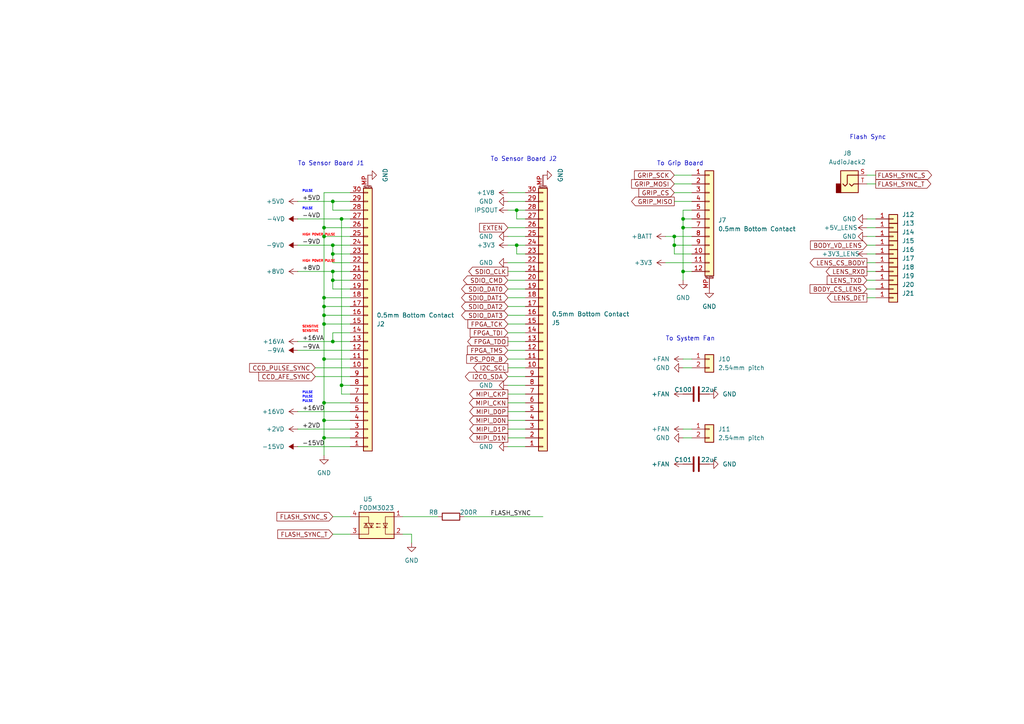
<source format=kicad_sch>
(kicad_sch (version 20231120) (generator "eeschema") (generator_version "8.0")
  (paper "A4")
  (title_block (title "Sitina 1 IO Board") (date "2024-03-08") (rev "R0.9") (company "Copyright 2024 Wenting Zhang, Anhang Li"))
  (lib_symbols
    (symbol "+3V3_1" (power) (pin_names (offset 0))
      (property "Value" "+3V3_1" (at 0 3.556 0))
      (symbol "+3V3_1_0_1"
        (polyline (pts (xy -0.762 1.27) (xy 0 2.54)))
        (polyline (pts (xy 0 0) (xy 0 2.54)))
        (polyline (pts (xy 0 2.54) (xy 0.762 1.27)))
      )
      (symbol "+3V3_1_1_1"
        (pin power_in line (at 0 0 90) (length 0) hide (name "+3V3") (number "1"))
      )
    )
    (symbol "Connector_Audio:AudioJack2"
      (property "Reference" "J" (at 0 8.89 0))
      (property "Value" "AudioJack2" (at 0 6.35 0))
      (symbol "AudioJack2_0_1"
        (rectangle (start -3.81 0) (end -2.54 -2.54) (stroke (width 0.254)) (fill (type outline)))
        (rectangle (start -2.54 3.81) (end 2.54 -2.54) (stroke (width 0.254)) (fill (type background)))
        (polyline (pts (xy 0 0) (xy 0.635 -0.635) (xy 1.27 0) (xy 2.54 0)) (stroke (width 0.254)))
        (polyline (pts (xy 2.54 2.54) (xy -0.635 2.54) (xy -0.635 0) (xy -1.27 -0.635) (xy -1.905 0)) (stroke (width 0.254)))
      )
      (symbol "AudioJack2_1_1"
        (pin passive line (at 5.08 2.54 180) (length 2.54) (name "~") (number "S"))
        (pin passive line (at 5.08 0 180) (length 2.54) (name "~") (number "T"))
      )
    )
    (symbol "Connector_Generic:Conn_01x01" (pin_names (offset 1.016) hide)
      (property "Reference" "J" (at 0 2.54 0))
      (property "Value" "Conn_01x01" (at 0 -2.54 0))
      (symbol "Conn_01x01_1_1"
        (rectangle (start -1.27 0.127) (end 0 -0.127) (stroke (width 0.1524)))
        (rectangle (start -1.27 1.27) (end 1.27 -1.27) (stroke (width 0.254)) (fill (type background)))
        (pin passive line (at -5.08 0 0) (length 3.81) (name "Pin_1") (number "1"))
      )
    )
    (symbol "Connector_Generic:Conn_01x02" (pin_names (offset 1.016) hide)
      (property "Reference" "J" (at 0 2.54 0))
      (property "Value" "Conn_01x02" (at 0 -5.08 0))
      (symbol "Conn_01x02_1_1"
        (rectangle (start -1.27 -2.413) (end 0 -2.667) (stroke (width 0.1524)))
        (rectangle (start -1.27 0.127) (end 0 -0.127) (stroke (width 0.1524)))
        (rectangle (start -1.27 1.27) (end 1.27 -3.81) (stroke (width 0.254)) (fill (type background)))
        (pin passive line (at -5.08 0 0) (length 3.81) (name "Pin_1") (number "1"))
        (pin passive line (at -5.08 -2.54 0) (length 3.81) (name "Pin_2") (number "2"))
      )
    )
    (symbol "Connector_Generic_MountingPin:Conn_01x12_MountingPin" (pin_names (offset 1.016) hide)
      (property "Reference" "J" (at 0 15.24 0))
      (property "Value" "Conn_01x12_MountingPin" (at 1.27 -17.78 0))
      (symbol "Conn_01x12_MountingPin_1_1"
        (rectangle (start -1.27 -15.113) (end 0 -15.367) (stroke (width 0.1524)))
        (rectangle (start -1.27 -12.573) (end 0 -12.827) (stroke (width 0.1524)))
        (rectangle (start -1.27 -10.033) (end 0 -10.287) (stroke (width 0.1524)))
        (rectangle (start -1.27 -7.493) (end 0 -7.747) (stroke (width 0.1524)))
        (rectangle (start -1.27 -4.953) (end 0 -5.207) (stroke (width 0.1524)))
        (rectangle (start -1.27 -2.413) (end 0 -2.667) (stroke (width 0.1524)))
        (rectangle (start -1.27 0.127) (end 0 -0.127) (stroke (width 0.1524)))
        (rectangle (start -1.27 2.667) (end 0 2.413) (stroke (width 0.1524)))
        (rectangle (start -1.27 5.207) (end 0 4.953) (stroke (width 0.1524)))
        (rectangle (start -1.27 7.747) (end 0 7.493) (stroke (width 0.1524)))
        (rectangle (start -1.27 10.287) (end 0 10.033) (stroke (width 0.1524)))
        (rectangle (start -1.27 12.827) (end 0 12.573) (stroke (width 0.1524)))
        (rectangle (start -1.27 13.97) (end 1.27 -16.51) (stroke (width 0.254)) (fill (type background)))
        (polyline (pts (xy -1.016 -17.272) (xy 1.016 -17.272)) (stroke (width 0.1524)))
        (text "Mounting" (at 0 -16.891 0) (effects (font (size 0.381 0.381))))
        (pin passive line (at -5.08 12.7 0) (length 3.81) (name "Pin_1") (number "1"))
        (pin passive line (at -5.08 -10.16 0) (length 3.81) (name "Pin_10") (number "10"))
        (pin passive line (at -5.08 -12.7 0) (length 3.81) (name "Pin_11") (number "11"))
        (pin passive line (at -5.08 -15.24 0) (length 3.81) (name "Pin_12") (number "12"))
        (pin passive line (at -5.08 10.16 0) (length 3.81) (name "Pin_2") (number "2"))
        (pin passive line (at -5.08 7.62 0) (length 3.81) (name "Pin_3") (number "3"))
        (pin passive line (at -5.08 5.08 0) (length 3.81) (name "Pin_4") (number "4"))
        (pin passive line (at -5.08 2.54 0) (length 3.81) (name "Pin_5") (number "5"))
        (pin passive line (at -5.08 0 0) (length 3.81) (name "Pin_6") (number "6"))
        (pin passive line (at -5.08 -2.54 0) (length 3.81) (name "Pin_7") (number "7"))
        (pin passive line (at -5.08 -5.08 0) (length 3.81) (name "Pin_8") (number "8"))
        (pin passive line (at -5.08 -7.62 0) (length 3.81) (name "Pin_9") (number "9"))
        (pin passive line (at 0 -20.32 90) (length 3.048) (name "MountPin") (number "MP"))
      )
    )
    (symbol "Connector_Generic_MountingPin:Conn_01x30_MountingPin" (pin_names (offset 1.016) hide)
      (property "Reference" "J" (at 0 38.1 0))
      (property "Value" "Conn_01x30_MountingPin" (at 1.27 -40.64 0))
      (symbol "Conn_01x30_MountingPin_1_1"
        (rectangle (start -1.27 -37.973) (end 0 -38.227) (stroke (width 0.1524)))
        (rectangle (start -1.27 -35.433) (end 0 -35.687) (stroke (width 0.1524)))
        (rectangle (start -1.27 -32.893) (end 0 -33.147) (stroke (width 0.1524)))
        (rectangle (start -1.27 -30.353) (end 0 -30.607) (stroke (width 0.1524)))
        (rectangle (start -1.27 -27.813) (end 0 -28.067) (stroke (width 0.1524)))
        (rectangle (start -1.27 -25.273) (end 0 -25.527) (stroke (width 0.1524)))
        (rectangle (start -1.27 -22.733) (end 0 -22.987) (stroke (width 0.1524)))
        (rectangle (start -1.27 -20.193) (end 0 -20.447) (stroke (width 0.1524)))
        (rectangle (start -1.27 -17.653) (end 0 -17.907) (stroke (width 0.1524)))
        (rectangle (start -1.27 -15.113) (end 0 -15.367) (stroke (width 0.1524)))
        (rectangle (start -1.27 -12.573) (end 0 -12.827) (stroke (width 0.1524)))
        (rectangle (start -1.27 -10.033) (end 0 -10.287) (stroke (width 0.1524)))
        (rectangle (start -1.27 -7.493) (end 0 -7.747) (stroke (width 0.1524)))
        (rectangle (start -1.27 -4.953) (end 0 -5.207) (stroke (width 0.1524)))
        (rectangle (start -1.27 -2.413) (end 0 -2.667) (stroke (width 0.1524)))
        (rectangle (start -1.27 0.127) (end 0 -0.127) (stroke (width 0.1524)))
        (rectangle (start -1.27 2.667) (end 0 2.413) (stroke (width 0.1524)))
        (rectangle (start -1.27 5.207) (end 0 4.953) (stroke (width 0.1524)))
        (rectangle (start -1.27 7.747) (end 0 7.493) (stroke (width 0.1524)))
        (rectangle (start -1.27 10.287) (end 0 10.033) (stroke (width 0.1524)))
        (rectangle (start -1.27 12.827) (end 0 12.573) (stroke (width 0.1524)))
        (rectangle (start -1.27 15.367) (end 0 15.113) (stroke (width 0.1524)))
        (rectangle (start -1.27 17.907) (end 0 17.653) (stroke (width 0.1524)))
        (rectangle (start -1.27 20.447) (end 0 20.193) (stroke (width 0.1524)))
        (rectangle (start -1.27 22.987) (end 0 22.733) (stroke (width 0.1524)))
        (rectangle (start -1.27 25.527) (end 0 25.273) (stroke (width 0.1524)))
        (rectangle (start -1.27 28.067) (end 0 27.813) (stroke (width 0.1524)))
        (rectangle (start -1.27 30.607) (end 0 30.353) (stroke (width 0.1524)))
        (rectangle (start -1.27 33.147) (end 0 32.893) (stroke (width 0.1524)))
        (rectangle (start -1.27 35.687) (end 0 35.433) (stroke (width 0.1524)))
        (rectangle (start -1.27 36.83) (end 1.27 -39.37) (stroke (width 0.254)) (fill (type background)))
        (polyline (pts (xy -1.016 -40.132) (xy 1.016 -40.132)) (stroke (width 0.1524)))
        (text "Mounting" (at 0 -39.751 0) (effects (font (size 0.381 0.381))))
        (pin passive line (at -5.08 35.56 0) (length 3.81) (name "Pin_1") (number "1"))
        (pin passive line (at -5.08 12.7 0) (length 3.81) (name "Pin_10") (number "10"))
        (pin passive line (at -5.08 10.16 0) (length 3.81) (name "Pin_11") (number "11"))
        (pin passive line (at -5.08 7.62 0) (length 3.81) (name "Pin_12") (number "12"))
        (pin passive line (at -5.08 5.08 0) (length 3.81) (name "Pin_13") (number "13"))
        (pin passive line (at -5.08 2.54 0) (length 3.81) (name "Pin_14") (number "14"))
        (pin passive line (at -5.08 0 0) (length 3.81) (name "Pin_15") (number "15"))
        (pin passive line (at -5.08 -2.54 0) (length 3.81) (name "Pin_16") (number "16"))
        (pin passive line (at -5.08 -5.08 0) (length 3.81) (name "Pin_17") (number "17"))
        (pin passive line (at -5.08 -7.62 0) (length 3.81) (name "Pin_18") (number "18"))
        (pin passive line (at -5.08 -10.16 0) (length 3.81) (name "Pin_19") (number "19"))
        (pin passive line (at -5.08 33.02 0) (length 3.81) (name "Pin_2") (number "2"))
        (pin passive line (at -5.08 -12.7 0) (length 3.81) (name "Pin_20") (number "20"))
        (pin passive line (at -5.08 -15.24 0) (length 3.81) (name "Pin_21") (number "21"))
        (pin passive line (at -5.08 -17.78 0) (length 3.81) (name "Pin_22") (number "22"))
        (pin passive line (at -5.08 -20.32 0) (length 3.81) (name "Pin_23") (number "23"))
        (pin passive line (at -5.08 -22.86 0) (length 3.81) (name "Pin_24") (number "24"))
        (pin passive line (at -5.08 -25.4 0) (length 3.81) (name "Pin_25") (number "25"))
        (pin passive line (at -5.08 -27.94 0) (length 3.81) (name "Pin_26") (number "26"))
        (pin passive line (at -5.08 -30.48 0) (length 3.81) (name "Pin_27") (number "27"))
        (pin passive line (at -5.08 -33.02 0) (length 3.81) (name "Pin_28") (number "28"))
        (pin passive line (at -5.08 -35.56 0) (length 3.81) (name "Pin_29") (number "29"))
        (pin passive line (at -5.08 30.48 0) (length 3.81) (name "Pin_3") (number "3"))
        (pin passive line (at -5.08 -38.1 0) (length 3.81) (name "Pin_30") (number "30"))
        (pin passive line (at -5.08 27.94 0) (length 3.81) (name "Pin_4") (number "4"))
        (pin passive line (at -5.08 25.4 0) (length 3.81) (name "Pin_5") (number "5"))
        (pin passive line (at -5.08 22.86 0) (length 3.81) (name "Pin_6") (number "6"))
        (pin passive line (at -5.08 20.32 0) (length 3.81) (name "Pin_7") (number "7"))
        (pin passive line (at -5.08 17.78 0) (length 3.81) (name "Pin_8") (number "8"))
        (pin passive line (at -5.08 15.24 0) (length 3.81) (name "Pin_9") (number "9"))
        (pin passive line (at 0 -43.18 90) (length 3.048) (name "MountPin") (number "MP"))
      )
    )
    (symbol "Device:C" (pin_numbers hide) (pin_names (offset 0.254))
      (property "Reference" "C" (at 0.635 2.54 0))
      (property "Value" "C" (at 0.635 -2.54 0))
      (symbol "C_0_1"
        (polyline (pts (xy -2.032 -0.762) (xy 2.032 -0.762)) (stroke (width 0.508)))
        (polyline (pts (xy -2.032 0.762) (xy 2.032 0.762)) (stroke (width 0.508)))
      )
      (symbol "C_1_1"
        (pin passive line (at 0 3.81 270) (length 2.794) (name "~") (number "1"))
        (pin passive line (at 0 -3.81 90) (length 2.794) (name "~") (number "2"))
      )
    )
    (symbol "Device:R" (pin_numbers hide) (pin_names (offset 0))
      (property "Reference" "R" (at 2.032 0 90))
      (property "Value" "R" (at 0 0 90))
      (symbol "R_0_1"
        (rectangle (start -1.016 -2.54) (end 1.016 2.54) (stroke (width 0.254)))
      )
      (symbol "R_1_1"
        (pin passive line (at 0 3.81 270) (length 1.27) (name "~") (number "1"))
        (pin passive line (at 0 -3.81 90) (length 1.27) (name "~") (number "2"))
      )
    )
    (symbol "Relay_SolidState:FODM3023"
      (property "Reference" "U" (at -5.08 5.08 0))
      (property "Value" "FODM3023" (at 0 5.08 0))
      (symbol "FODM3023_0_1"
        (rectangle (start -5.08 3.81) (end 5.08 -3.81) (stroke (width 0.254)) (fill (type background)))
        (polyline (pts (xy -3.175 -0.635) (xy -1.905 -0.635)))
        (polyline (pts (xy 1.524 -0.635) (xy 1.524 0.635)))
        (polyline (pts (xy 3.048 0.635) (xy 3.048 -0.635)))
        (polyline (pts (xy 2.286 -0.635) (xy 2.286 -2.54) (xy 5.08 -2.54)))
        (polyline (pts (xy 2.286 0.635) (xy 2.286 2.54) (xy 5.08 2.54)))
        (polyline (pts (xy -5.08 2.54) (xy -2.54 2.54) (xy -2.54 -2.54) (xy -5.08 -2.54)))
        (polyline (pts (xy -2.54 -0.635) (xy -3.175 0.635) (xy -1.905 0.635) (xy -2.54 -0.635)))
        (polyline (pts (xy 0.889 -0.635) (xy 3.683 -0.635) (xy 3.048 0.635) (xy 2.413 -0.635)))
        (polyline (pts (xy 3.683 0.635) (xy 0.889 0.635) (xy 1.524 -0.635) (xy 2.159 0.635)))
        (polyline (pts (xy -1.143 -0.508) (xy 0.127 -0.508) (xy -0.254 -0.635) (xy -0.254 -0.381) (xy 0.127 -0.508)))
        (polyline (pts (xy -1.143 0.508) (xy 0.127 0.508) (xy -0.254 0.381) (xy -0.254 0.635) (xy 0.127 0.508)))
      )
      (symbol "FODM3023_1_1"
        (pin passive line (at -7.62 2.54 0) (length 2.54) (name "~") (number "1"))
        (pin passive line (at -7.62 -2.54 0) (length 2.54) (name "~") (number "2"))
        (pin passive line (at 7.62 -2.54 180) (length 2.54) (name "~") (number "3"))
        (pin passive line (at 7.62 2.54 180) (length 2.54) (name "~") (number "4"))
      )
    )
    (symbol "power:+1V8" (power) (pin_names (offset 0))
      (property "Value" "+1V8" (at 0 3.556 0))
      (symbol "+1V8_0_1"
        (polyline (pts (xy -0.762 1.27) (xy 0 2.54)))
        (polyline (pts (xy 0 0) (xy 0 2.54)))
        (polyline (pts (xy 0 2.54) (xy 0.762 1.27)))
      )
      (symbol "+1V8_1_1"
        (pin power_in line (at 0 0 90) (length 0) hide (name "+1V8") (number "1"))
      )
    )
    (symbol "power:+3V3" (power) (pin_names (offset 0))
      (property "Value" "+3V3" (at 0 3.556 0))
      (symbol "+3V3_0_1"
        (polyline (pts (xy -0.762 1.27) (xy 0 2.54)))
        (polyline (pts (xy 0 0) (xy 0 2.54)))
        (polyline (pts (xy 0 2.54) (xy 0.762 1.27)))
      )
      (symbol "+3V3_1_1"
        (pin power_in line (at 0 0 90) (length 0) hide (name "+3V3") (number "1"))
      )
    )
    (symbol "power:+5V" (power) (pin_names (offset 0))
      (property "Value" "+5V" (at 0 3.556 0))
      (symbol "+5V_0_1"
        (polyline (pts (xy -0.762 1.27) (xy 0 2.54)))
        (polyline (pts (xy 0 0) (xy 0 2.54)))
        (polyline (pts (xy 0 2.54) (xy 0.762 1.27)))
      )
      (symbol "+5V_1_1"
        (pin power_in line (at 0 0 90) (length 0) hide (name "+5V") (number "1"))
      )
    )
    (symbol "power:+BATT" (power) (pin_names (offset 0))
      (property "Value" "+BATT" (at 0 3.556 0))
      (symbol "+BATT_0_1"
        (polyline (pts (xy -0.762 1.27) (xy 0 2.54)))
        (polyline (pts (xy 0 0) (xy 0 2.54)))
        (polyline (pts (xy 0 2.54) (xy 0.762 1.27)))
      )
      (symbol "+BATT_1_1"
        (pin power_in line (at 0 0 90) (length 0) hide (name "+BATT") (number "1"))
      )
    )
    (symbol "power:GND" (power) (pin_names (offset 0))
      (property "Value" "GND" (at 0 -3.81 0))
      (symbol "GND_0_1"
        (polyline (pts (xy 0 0) (xy 0 -1.27) (xy 1.27 -1.27) (xy 0 -2.54) (xy -1.27 -1.27) (xy 0 -1.27)))
      )
      (symbol "GND_1_1"
        (pin power_in line (at 0 0 270) (length 0) hide (name "GND") (number "1"))
      )
    )
    (symbol "power:VDC" (power) (pin_numbers hide) (pin_names (offset 0) hide)
      (property "Value" "VDC" (at 0 3.556 0))
      (symbol "VDC_0_1"
        (polyline (pts (xy -0.762 1.27) (xy 0 2.54)))
        (polyline (pts (xy 0 0) (xy 0 2.54)))
        (polyline (pts (xy 0 2.54) (xy 0.762 1.27)))
      )
      (symbol "VDC_1_1"
        (pin power_in line (at 0 0 90) (length 0) (name "~") (number "1"))
      )
    )
    (symbol "power:VEE" (power) (pin_numbers hide) (pin_names (offset 0) hide)
      (property "Value" "VEE" (at 0 3.556 0))
      (symbol "VEE_0_1"
        (polyline (pts (xy 0 0) (xy 0 2.54)))
        (polyline (pts (xy 0.762 1.27) (xy -0.762 1.27) (xy 0 2.54) (xy 0.762 1.27)) (fill (type outline)))
      )
      (symbol "VEE_1_1"
        (pin power_in line (at 0 0 90) (length 0) (name "~") (number "1"))
      )
    )
    (symbol "symbols:IPSOUT" (power) (pin_names (offset 0))
      (property "Value" "IPSOUT" (at 0 3.556 0))
      (symbol "IPSOUT_0_1"
        (polyline (pts (xy -0.762 1.27) (xy 0 2.54)))
        (polyline (pts (xy 0 0) (xy 0 2.54)))
        (polyline (pts (xy 0 2.54) (xy 0.762 1.27)))
      )
      (symbol "IPSOUT_1_1"
        (pin power_in line (at 0 0 90) (length 0) hide (name "IPSOUT") (number "1"))
      )
    )
  )
  (junction (at 198.12 66.04))
  (junction (at 195.58 71.12))
  (junction (at 198.12 78.74))
  (junction (at 99.06 111.76))
  (junction (at 93.98 91.44))
  (junction (at 99.06 63.5))
  (junction (at 93.98 86.36))
  (junction (at 93.98 116.84))
  (junction (at 149.86 71.12))
  (junction (at 96.52 78.74))
  (junction (at 96.52 71.12))
  (junction (at 93.98 68.58))
  (junction (at 93.98 93.98))
  (junction (at 198.12 63.5))
  (junction (at 96.52 99.06))
  (junction (at 149.86 60.96))
  (junction (at 93.98 88.9))
  (junction (at 96.52 81.28))
  (junction (at 93.98 121.92))
  (junction (at 96.52 58.42))
  (junction (at 195.58 68.58))
  (junction (at 93.98 104.14))
  (junction (at 93.98 66.04))
  (junction (at 93.98 127))
  (junction (at 96.52 73.66))
  (wire (pts (xy 251.46 53.34) (xy 254 53.34)))
  (wire (pts (xy 147.32 76.2) (xy 152.4 76.2)))
  (wire (pts (xy 96.52 73.66) (xy 101.6 73.66)))
  (wire (pts (xy 198.12 63.5) (xy 198.12 66.04)))
  (wire (pts (xy 96.52 71.12) (xy 101.6 71.12)))
  (wire (pts (xy 251.46 50.8) (xy 254 50.8)))
  (wire (pts (xy 198.12 63.5) (xy 200.66 63.5)))
  (wire (pts (xy 147.32 86.36) (xy 152.4 86.36)))
  (wire (pts (xy 96.52 78.74) (xy 96.52 81.28)))
  (wire (pts (xy 93.98 68.58) (xy 93.98 86.36)))
  (wire (pts (xy 147.32 96.52) (xy 152.4 96.52)))
  (wire (pts (xy 251.46 83.82) (xy 254 83.82)))
  (wire (pts (xy 86.36 119.38) (xy 101.6 119.38)))
  (wire (pts (xy 149.86 71.12) (xy 152.4 71.12)))
  (wire (pts (xy 147.32 83.82) (xy 152.4 83.82)))
  (wire (pts (xy 91.44 106.68) (xy 101.6 106.68)))
  (wire (pts (xy 200.66 73.66) (xy 195.58 73.66)))
  (wire (pts (xy 198.12 66.04) (xy 198.12 78.74)))
  (wire (pts (xy 93.98 93.98) (xy 101.6 93.98)))
  (wire (pts (xy 147.32 99.06) (xy 152.4 99.06)))
  (wire (pts (xy 93.98 121.92) (xy 101.6 121.92)))
  (wire (pts (xy 195.58 55.88) (xy 200.66 55.88)))
  (wire (pts (xy 93.98 86.36) (xy 101.6 86.36)))
  (wire (pts (xy 93.98 55.88) (xy 93.98 66.04)))
  (wire (pts (xy 147.32 55.88) (xy 152.4 55.88)))
  (wire (pts (xy 93.98 116.84) (xy 101.6 116.84)))
  (wire (pts (xy 96.52 71.12) (xy 96.52 73.66)))
  (wire (pts (xy 86.36 124.46) (xy 101.6 124.46)))
  (wire (pts (xy 96.52 81.28) (xy 96.52 83.82)))
  (wire (pts (xy 93.98 104.14) (xy 93.98 116.84)))
  (wire (pts (xy 251.46 78.74) (xy 254 78.74)))
  (wire (pts (xy 147.32 124.46) (xy 152.4 124.46)))
  (wire (pts (xy 251.46 81.28) (xy 254 81.28)))
  (wire (pts (xy 93.98 88.9) (xy 101.6 88.9)))
  (wire (pts (xy 96.52 99.06) (xy 101.6 99.06)))
  (wire (pts (xy 93.98 55.88) (xy 101.6 55.88)))
  (wire (pts (xy 96.52 60.96) (xy 96.52 58.42)))
  (wire (pts (xy 147.32 60.96) (xy 149.86 60.96)))
  (wire (pts (xy 147.32 93.98) (xy 152.4 93.98)))
  (wire (pts (xy 198.12 78.74) (xy 200.66 78.74)))
  (wire (pts (xy 86.36 63.5) (xy 99.06 63.5)))
  (wire (pts (xy 86.36 71.12) (xy 96.52 71.12)))
  (wire (pts (xy 193.04 68.58) (xy 195.58 68.58)))
  (wire (pts (xy 93.98 127) (xy 101.6 127)))
  (wire (pts (xy 134.62 149.86) (xy 157.48 149.86)))
  (wire (pts (xy 147.32 119.38) (xy 152.4 119.38)))
  (wire (pts (xy 96.52 81.28) (xy 101.6 81.28)))
  (wire (pts (xy 96.52 76.2) (xy 101.6 76.2)))
  (wire (pts (xy 251.46 71.12) (xy 254 71.12)))
  (wire (pts (xy 251.46 76.2) (xy 254 76.2)))
  (wire (pts (xy 147.32 66.04) (xy 152.4 66.04)))
  (wire (pts (xy 147.32 91.44) (xy 152.4 91.44)))
  (wire (pts (xy 96.52 73.66) (xy 96.52 76.2)))
  (wire (pts (xy 93.98 116.84) (xy 93.98 121.92)))
  (wire (pts (xy 99.06 63.5) (xy 99.06 111.76)))
  (wire (pts (xy 147.32 81.28) (xy 152.4 81.28)))
  (wire (pts (xy 149.86 63.5) (xy 149.86 60.96)))
  (wire (pts (xy 96.52 149.86) (xy 101.6 149.86)))
  (wire (pts (xy 99.06 63.5) (xy 101.6 63.5)))
  (wire (pts (xy 147.32 104.14) (xy 152.4 104.14)))
  (wire (pts (xy 93.98 127) (xy 93.98 132.08)))
  (wire (pts (xy 195.58 73.66) (xy 195.58 71.12)))
  (wire (pts (xy 198.12 124.46) (xy 200.66 124.46)))
  (wire (pts (xy 152.4 63.5) (xy 149.86 63.5)))
  (wire (pts (xy 96.52 60.96) (xy 101.6 60.96)))
  (wire (pts (xy 149.86 60.96) (xy 152.4 60.96)))
  (wire (pts (xy 96.52 78.74) (xy 101.6 78.74)))
  (wire (pts (xy 200.66 60.96) (xy 198.12 60.96)))
  (wire (pts (xy 251.46 63.5) (xy 254 63.5)))
  (wire (pts (xy 99.06 111.76) (xy 99.06 114.3)))
  (wire (pts (xy 198.12 66.04) (xy 200.66 66.04)))
  (wire (pts (xy 147.32 106.68) (xy 152.4 106.68)))
  (wire (pts (xy 198.12 106.68) (xy 200.66 106.68)))
  (wire (pts (xy 93.98 104.14) (xy 101.6 104.14)))
  (wire (pts (xy 91.44 109.22) (xy 101.6 109.22)))
  (wire (pts (xy 251.46 68.58) (xy 254 68.58)))
  (wire (pts (xy 96.52 96.52) (xy 96.52 99.06)))
  (wire (pts (xy 99.06 111.76) (xy 101.6 111.76)))
  (wire (pts (xy 93.98 93.98) (xy 93.98 104.14)))
  (wire (pts (xy 193.04 76.2) (xy 200.66 76.2)))
  (wire (pts (xy 86.36 129.54) (xy 101.6 129.54)))
  (wire (pts (xy 93.98 91.44) (xy 101.6 91.44)))
  (wire (pts (xy 147.32 101.6) (xy 152.4 101.6)))
  (wire (pts (xy 198.12 78.74) (xy 198.12 81.28)))
  (wire (pts (xy 149.86 73.66) (xy 149.86 71.12)))
  (wire (pts (xy 195.58 71.12) (xy 195.58 68.58)))
  (wire (pts (xy 251.46 86.36) (xy 254 86.36)))
  (wire (pts (xy 86.36 99.06) (xy 96.52 99.06)))
  (wire (pts (xy 198.12 60.96) (xy 198.12 63.5)))
  (wire (pts (xy 251.46 73.66) (xy 254 73.66)))
  (wire (pts (xy 147.32 78.74) (xy 152.4 78.74)))
  (wire (pts (xy 147.32 111.76) (xy 152.4 111.76)))
  (wire (pts (xy 93.98 68.58) (xy 101.6 68.58)))
  (wire (pts (xy 195.58 68.58) (xy 200.66 68.58)))
  (wire (pts (xy 93.98 88.9) (xy 93.98 91.44)))
  (wire (pts (xy 152.4 73.66) (xy 149.86 73.66)))
  (wire (pts (xy 147.32 114.3) (xy 152.4 114.3)))
  (wire (pts (xy 147.32 88.9) (xy 152.4 88.9)))
  (wire (pts (xy 86.36 78.74) (xy 96.52 78.74)))
  (wire (pts (xy 195.58 50.8) (xy 200.66 50.8)))
  (wire (pts (xy 198.12 104.14) (xy 200.66 104.14)))
  (wire (pts (xy 93.98 121.92) (xy 93.98 127)))
  (wire (pts (xy 99.06 114.3) (xy 101.6 114.3)))
  (wire (pts (xy 86.36 58.42) (xy 96.52 58.42)))
  (wire (pts (xy 147.32 127) (xy 152.4 127)))
  (wire (pts (xy 116.84 154.94) (xy 119.38 154.94)))
  (wire (pts (xy 195.58 58.42) (xy 200.66 58.42)))
  (wire (pts (xy 147.32 116.84) (xy 152.4 116.84)))
  (wire (pts (xy 198.12 127) (xy 200.66 127)))
  (wire (pts (xy 93.98 66.04) (xy 101.6 66.04)))
  (wire (pts (xy 93.98 91.44) (xy 93.98 93.98)))
  (wire (pts (xy 93.98 66.04) (xy 93.98 68.58)))
  (wire (pts (xy 251.46 66.04) (xy 254 66.04)))
  (wire (pts (xy 86.36 101.6) (xy 101.6 101.6)))
  (wire (pts (xy 195.58 53.34) (xy 200.66 53.34)))
  (wire (pts (xy 119.38 154.94) (xy 119.38 157.48)))
  (wire (pts (xy 147.32 109.22) (xy 152.4 109.22)))
  (wire (pts (xy 147.32 58.42) (xy 152.4 58.42)))
  (wire (pts (xy 195.58 71.12) (xy 200.66 71.12)))
  (wire (pts (xy 147.32 129.54) (xy 152.4 129.54)))
  (wire (pts (xy 96.52 83.82) (xy 101.6 83.82)))
  (wire (pts (xy 96.52 58.42) (xy 101.6 58.42)))
  (wire (pts (xy 96.52 96.52) (xy 101.6 96.52)))
  (wire (pts (xy 147.32 121.92) (xy 152.4 121.92)))
  (wire (pts (xy 147.32 68.58) (xy 152.4 68.58)))
  (wire (pts (xy 93.98 86.36) (xy 93.98 88.9)))
  (wire (pts (xy 147.32 71.12) (xy 149.86 71.12)))
  (wire (pts (xy 116.84 149.86) (xy 127 149.86)))
  (wire (pts (xy 96.52 154.94) (xy 101.6 154.94)))
  (text "PULSE" (at 87.63 60.96 0) (effects (font (size 0.635 0.635)) (justify left bottom)))
  (text "PULSE" (at 87.63 55.88 0) (effects (font (size 0.635 0.635)) (justify left bottom)))
  (text "To Sensor Board J2" (at 142.24 46.99 0) (effects (font (size 1.27 1.27)) (justify left bottom)))
  (text "To System Fan" (at 193.04 99.06 0) (effects (font (size 1.27 1.27)) (justify left bottom)))
  (text "To Grip Board" (at 190.5 48.26 0) (effects (font (size 1.27 1.27)) (justify left bottom)))
  (text "PULSE" (at 87.63 115.57 0) (effects (font (size 0.635 0.635)) (justify left bottom)))
  (text "SENSITIVE" (at 87.63 95.25 0) (effects (font (size 0.635 0.635)) (justify left bottom)))
  (text "PULSE" (at 87.63 116.84 0) (effects (font (size 0.635 0.635)) (justify left bottom)))
  (text "To Sensor Board J1" (at 86.36 48.26 0) (effects (font (size 1.27 1.27)) (justify left bottom)))
  (text "Flash Sync" (at 246.38 40.64 0) (effects (font (size 1.27 1.27)) (justify left bottom)))
  (text "SENSITIVE" (at 87.63 96.52 0) (effects (font (size 0.635 0.635)) (justify left bottom)))
  (text "PULSE" (at 87.63 114.3 0) (effects (font (size 0.635 0.635)) (justify left bottom)))
  (text "HIGH POWER PULSE" (at 87.63 76.2 0) (effects (font (size 0.635 0.635)) (justify left bottom)))
  (text "HIGH POWER PULSE" (at 87.63 68.58 0) (effects (font (size 0.635 0.635)) (justify left bottom)))
  (label "FLASH_SYNC" (at 142.24 149.86 0))
  (label "-9VD" (at 87.63 71.12 0))
  (label "-15VD" (at 87.63 129.54 0))
  (label "+8VD" (at 87.63 78.74 0))
  (label "+16VD" (at 87.63 119.38 0))
  (label "-9VA" (at 87.63 101.6 0))
  (label "+2VD" (at 87.63 124.46 0))
  (label "+5VD" (at 87.63 58.42 0))
  (label "+16VA" (at 87.63 99.06 0))
  (label "-4VD" (at 87.63 63.5 0))
  (global_label "FLASH_SYNC_T" (shape output) (at 254 53.34 0) (property "Intersheetrefs" "${INTERSHEET_REFS}" (effects (hide yes))))
  (global_label "SDIO_CLK" (shape output) (at 147.32 78.74 180) (property "Intersheetrefs" "${INTERSHEET_REFS}" (effects (hide yes))))
  (global_label "CCD_AFE_SYNC" (shape input) (at 91.44 109.22 180) (property "Intersheetrefs" "${INTERSHEET_REFS}" (effects (hide yes))))
  (global_label "GRIP_MISO" (shape output) (at 195.58 58.42 180) (property "Intersheetrefs" "${INTERSHEET_REFS}" (effects (hide yes))))
  (global_label "MIPI_D0P" (shape output) (at 147.32 119.38 180) (property "Intersheetrefs" "${INTERSHEET_REFS}" (effects (hide yes))))
  (global_label "FLASH_SYNC_S" (shape input) (at 96.52 149.86 180) (property "Intersheetrefs" "${INTERSHEET_REFS}" (effects (hide yes))))
  (global_label "MIPI_D1N" (shape output) (at 147.32 127 180) (property "Intersheetrefs" "${INTERSHEET_REFS}" (effects (hide yes))))
  (global_label "CCD_PULSE_SYNC" (shape input) (at 91.44 106.68 180) (property "Intersheetrefs" "${INTERSHEET_REFS}" (effects (hide yes))))
  (global_label "I2C_SCL" (shape output) (at 147.32 106.68 180) (property "Intersheetrefs" "${INTERSHEET_REFS}" (effects (hide yes))))
  (global_label "BODY_CS_LENS" (shape input) (at 251.46 83.82 180) (property "Intersheetrefs" "${INTERSHEET_REFS}" (effects (hide yes))))
  (global_label "LENS_DET" (shape output) (at 251.46 86.36 180) (property "Intersheetrefs" "${INTERSHEET_REFS}" (effects (hide yes))))
  (global_label "SDIO_CMD" (shape bidirectional) (at 147.32 81.28 180) (property "Intersheetrefs" "${INTERSHEET_REFS}" (effects (hide yes))))
  (global_label "EXTEN" (shape input) (at 147.32 66.04 180) (property "Intersheetrefs" "${INTERSHEET_REFS}" (effects (hide yes))))
  (global_label "FPGA_TDI" (shape input) (at 147.32 96.52 180) (property "Intersheetrefs" "${INTERSHEET_REFS}" (effects (hide yes))))
  (global_label "MIPI_CKN" (shape output) (at 147.32 116.84 180) (property "Intersheetrefs" "${INTERSHEET_REFS}" (effects (hide yes))))
  (global_label "FPGA_TCK" (shape input) (at 147.32 93.98 180) (property "Intersheetrefs" "${INTERSHEET_REFS}" (effects (hide yes))))
  (global_label "MIPI_CKP" (shape output) (at 147.32 114.3 180) (property "Intersheetrefs" "${INTERSHEET_REFS}" (effects (hide yes))))
  (global_label "FPGA_TMS" (shape input) (at 147.32 101.6 180) (property "Intersheetrefs" "${INTERSHEET_REFS}" (effects (hide yes))))
  (global_label "LENS_CS_BODY" (shape output) (at 251.46 76.2 180) (property "Intersheetrefs" "${INTERSHEET_REFS}" (effects (hide yes))))
  (global_label "SDIO_DAT3" (shape bidirectional) (at 147.32 91.44 180) (property "Intersheetrefs" "${INTERSHEET_REFS}" (effects (hide yes))))
  (global_label "FPGA_TDO" (shape output) (at 147.32 99.06 180) (property "Intersheetrefs" "${INTERSHEET_REFS}" (effects (hide yes))))
  (global_label "FLASH_SYNC_S" (shape output) (at 254 50.8 0) (property "Intersheetrefs" "${INTERSHEET_REFS}" (effects (hide yes))))
  (global_label "GRIP_MOSI" (shape input) (at 195.58 53.34 180) (property "Intersheetrefs" "${INTERSHEET_REFS}" (effects (hide yes))))
  (global_label "PS_POR_B" (shape input) (at 147.32 104.14 180) (property "Intersheetrefs" "${INTERSHEET_REFS}" (effects (hide yes))))
  (global_label "LENS_TXD" (shape input) (at 251.46 81.28 180) (property "Intersheetrefs" "${INTERSHEET_REFS}" (effects (hide yes))))
  (global_label "BODY_VD_LENS" (shape input) (at 251.46 71.12 180) (property "Intersheetrefs" "${INTERSHEET_REFS}" (effects (hide yes))))
  (global_label "LENS_RXD" (shape output) (at 251.46 78.74 180) (property "Intersheetrefs" "${INTERSHEET_REFS}" (effects (hide yes))))
  (global_label "I2C0_SDA" (shape bidirectional) (at 147.32 109.22 180) (property "Intersheetrefs" "${INTERSHEET_REFS}" (effects (hide yes))))
  (global_label "MIPI_D1P" (shape output) (at 147.32 124.46 180) (property "Intersheetrefs" "${INTERSHEET_REFS}" (effects (hide yes))))
  (global_label "SDIO_DAT1" (shape bidirectional) (at 147.32 86.36 180) (property "Intersheetrefs" "${INTERSHEET_REFS}" (effects (hide yes))))
  (global_label "GRIP_SCK" (shape input) (at 195.58 50.8 180) (property "Intersheetrefs" "${INTERSHEET_REFS}" (effects (hide yes))))
  (global_label "FLASH_SYNC_T" (shape input) (at 96.52 154.94 180) (property "Intersheetrefs" "${INTERSHEET_REFS}" (effects (hide yes))))
  (global_label "GRIP_CS" (shape input) (at 195.58 55.88 180) (property "Intersheetrefs" "${INTERSHEET_REFS}" (effects (hide yes))))
  (global_label "SDIO_DAT0" (shape bidirectional) (at 147.32 83.82 180) (property "Intersheetrefs" "${INTERSHEET_REFS}" (effects (hide yes))))
  (global_label "MIPI_D0N" (shape output) (at 147.32 121.92 180) (property "Intersheetrefs" "${INTERSHEET_REFS}" (effects (hide yes))))
  (global_label "SDIO_DAT2" (shape bidirectional) (at 147.32 88.9 180) (property "Intersheetrefs" "${INTERSHEET_REFS}" (effects (hide yes))))
  (symbol (lib_id "power:+BATT") (at 193.04 68.58 90) (unit 1)
    (property "Reference" "#PWR089" (effects (hide yes)))
    (property "Value" "+BATT" (at 189.23 68.58 90) (effects (justify left)))
  )
  (symbol (lib_id "Device:C") (at 201.93 114.3 270) (unit 1)
    (property "Reference" "C100" (at 198.12 113.03 90))
    (property "Value" "22uF" (at 205.74 113.03 90))
    (property "Footprint" "Capacitor_SMD:C_0603_1608Metric" (effects (hide yes)))
  )
  (symbol (lib_id "Connector_Generic:Conn_01x01") (at 259.08 68.58 0) (unit 1)
    (property "Reference" "J14" (at 261.62 67.3099 0) (effects (justify left)))
    (property "Value" "LensMount" (effects (hide yes)))
    (property "Footprint" "footprints:YTC1P-4520" (effects (hide yes)))
    (property "Description" "Generic connector, single row, 01x01, script generated (kicad-library-utils/schlib/autogen/connector/)" (effects (hide yes)))
  )
  (symbol (lib_id "power:GND") (at 251.46 63.5 270) (mirror x) (unit 1)
    (property "Reference" "#PWR0139" (effects (hide yes)))
    (property "Value" "GND" (at 246.38 63.5 90))
  )
  (symbol (lib_id "power:VDC") (at 86.36 119.38 90) (unit 1)
    (property "Reference" "#PWR0113" (effects (hide yes)))
    (property "Value" "+16VD" (at 82.55 119.3799 90) (effects (justify left)))
    (property "Description" "Power symbol creates a global label with name \"VDC\"" (effects (hide yes)))
  )
  (symbol (lib_id "power:GND") (at 205.74 83.82 0) (unit 1)
    (property "Reference" "#PWR03" (effects (hide yes)))
    (property "Value" "GND" (at 205.74 88.9 0))
  )
  (symbol (lib_id "Connector_Generic:Conn_01x01") (at 259.08 83.82 0) (unit 1)
    (property "Reference" "J20" (at 261.62 82.5499 0) (effects (justify left)))
    (property "Value" "LensMount" (effects (hide yes)))
    (property "Footprint" "footprints:YTC1P-4520" (effects (hide yes)))
    (property "Description" "Generic connector, single row, 01x01, script generated (kicad-library-utils/schlib/autogen/connector/)" (effects (hide yes)))
  )
  (symbol (lib_id "power:GND") (at 157.48 50.8 90) (unit 1)
    (property "Reference" "#PWR07" (effects (hide yes)))
    (property "Value" "GND" (at 162.56 50.8 0))
  )
  (symbol (lib_id "power:GND") (at 147.32 76.2 270) (mirror x) (unit 1)
    (property "Reference" "#PWR0213" (effects (hide yes)))
    (property "Value" "GND" (at 140.97 76.2 90))
  )
  (symbol (lib_id "power:GND") (at 93.98 132.08 0) (unit 1)
    (property "Reference" "#PWR0155" (effects (hide yes)))
    (property "Value" "GND" (at 93.98 137.16 0))
  )
  (symbol (lib_id "Device:C") (at 201.93 134.62 270) (unit 1)
    (property "Reference" "C101" (at 198.12 133.35 90))
    (property "Value" "22uF" (at 205.74 133.35 90))
    (property "Footprint" "Capacitor_SMD:C_0603_1608Metric" (effects (hide yes)))
  )
  (symbol (lib_id "Connector_Generic:Conn_01x02") (at 205.74 124.46 0) (unit 1)
    (property "Reference" "J11" (at 208.28 124.46 0) (effects (justify left)))
    (property "Value" "2.54mm pitch" (at 208.28 127 0) (effects (justify left)))
    (property "Footprint" "Connector_PinSocket_2.54mm:PinSocket_1x02_P2.54mm_Vertical" (effects (hide yes)))
  )
  (symbol (lib_id "power:VDC") (at 86.36 78.74 90) (unit 1)
    (property "Reference" "#PWR096" (effects (hide yes)))
    (property "Value" "+8VD" (at 82.55 78.7399 90) (effects (justify left)))
    (property "Description" "Power symbol creates a global label with name \"VDC\"" (effects (hide yes)))
  )
  (symbol (lib_id "power:VEE") (at 86.36 63.5 90) (unit 1)
    (property "Reference" "#PWR068" (effects (hide yes)))
    (property "Value" "-4VD" (at 80.01 63.5 90))
    (property "Description" "Power symbol creates a global label with name \"VEE\"" (effects (hide yes)))
  )
  (symbol (lib_id "Connector_Generic_MountingPin:Conn_01x30_MountingPin") (at 157.48 93.98 0) (mirror x) (unit 1)
    (property "Reference" "J5" (at 160.02 93.6244 0) (effects (justify left)))
    (property "Value" "0.5mm Bottom Contact" (at 160.02 91.0844 0) (effects (justify left)))
    (property "Footprint" "Connector_FFC-FPC:Hirose_FH12-30S-0.5SH_1x30-1MP_P0.50mm_Horizontal" (effects (hide yes)))
  )
  (symbol (lib_id "power:GND") (at 147.32 58.42 270) (mirror x) (unit 1)
    (property "Reference" "#PWR070" (effects (hide yes)))
    (property "Value" "GND" (at 140.97 58.42 90))
  )
  (symbol (lib_id "power:VEE") (at 86.36 129.54 90) (unit 1)
    (property "Reference" "#PWR0153" (effects (hide yes)))
    (property "Value" "-15VD" (at 82.55 129.5399 90) (effects (justify left)))
    (property "Description" "Power symbol creates a global label with name \"VEE\"" (effects (hide yes)))
  )
  (symbol (lib_id "power:+5V") (at 251.46 73.66 90) (unit 1)
    (property "Reference" "#PWR0133" (effects (hide yes)))
    (property "Value" "+3V3_LENS" (at 243.84 73.66 90))
  )
  (symbol (lib_id "power:VEE") (at 86.36 101.6 90) (unit 1)
    (property "Reference" "#PWR0110" (effects (hide yes)))
    (property "Value" "-9VA" (at 82.55 101.5999 90) (effects (justify left)))
    (property "Description" "Power symbol creates a global label with name \"VEE\"" (effects (hide yes)))
  )
  (symbol (lib_id "Device:R") (at 130.81 149.86 270) (unit 1)
    (property "Reference" "R8" (at 125.73 148.59 90))
    (property "Value" "200R" (at 135.89 148.59 90))
    (property "Footprint" "Resistor_SMD:R_0402_1005Metric" (effects (hide yes)))
  )
  (symbol (lib_id "Relay_SolidState:FODM3023") (at 109.22 152.4 0) (mirror y) (unit 1)
    (property "Reference" "U5" (at 106.68 144.78 0))
    (property "Value" "FODM3023" (at 109.22 147.32 0))
    (property "Footprint" "Package_DIP:SMDIP-4_W7.62mm" (effects (hide yes)))
    (property "Datasheet" "https://www.onsemi.com/pub/Collateral/FODM3053_NF098-D.PDF" (effects (hide yes)))
    (property "Description" "Full Pitch Mini-Flat Random Phase Opto-Triac, Vdrm 400V, Ift 5mA, MFP 4L" (effects (hide yes)))
  )
  (symbol (lib_id "Connector_Generic:Conn_01x01") (at 259.08 73.66 0) (unit 1)
    (property "Reference" "J16" (at 261.62 72.3899 0) (effects (justify left)))
    (property "Value" "LensMount" (effects (hide yes)))
    (property "Footprint" "footprints:YTC1P-4520" (effects (hide yes)))
    (property "Description" "Generic connector, single row, 01x01, script generated (kicad-library-utils/schlib/autogen/connector/)" (effects (hide yes)))
  )
  (symbol (lib_id "power:GND") (at 198.12 127 270) (unit 1)
    (property "Reference" "#PWR0123" (effects (hide yes)))
    (property "Value" "GND" (at 194.31 127 90) (effects (justify right)))
  )
  (symbol (lib_id "power:GND") (at 106.68 50.8 90) (unit 1)
    (property "Reference" "#PWR0157" (effects (hide yes)))
    (property "Value" "GND" (at 111.76 50.8 0))
  )
  (symbol (lib_id "power:+1V8") (at 198.12 114.3 90) (unit 1)
    (property "Reference" "#PWR0120" (effects (hide yes)))
    (property "Value" "+FAN" (at 194.2604 114.2999 90) (effects (justify left)))
    (property "Description" "Power symbol creates a global label with name \"+1V8\"" (effects (hide yes)))
  )
  (symbol (lib_id "power:VEE") (at 86.36 71.12 90) (unit 1)
    (property "Reference" "#PWR095" (effects (hide yes)))
    (property "Value" "-9VD" (at 82.55 71.1199 90) (effects (justify left)))
    (property "Description" "Power symbol creates a global label with name \"VEE\"" (effects (hide yes)))
  )
  (symbol (lib_id "power:GND") (at 198.12 81.28 0) (unit 1)
    (property "Reference" "#PWR084" (effects (hide yes)))
    (property "Value" "GND" (at 198.12 86.36 0))
  )
  (symbol (lib_id "power:VDC") (at 86.36 58.42 90) (unit 1)
    (property "Reference" "#PWR067" (effects (hide yes)))
    (property "Value" "+5VD" (at 82.55 58.4199 90) (effects (justify left)))
    (property "Description" "Power symbol creates a global label with name \"VDC\"" (effects (hide yes)))
  )
  (symbol (lib_id "power:GND") (at 205.74 114.3 90) (unit 1)
    (property "Reference" "#PWR0121" (effects (hide yes)))
    (property "Value" "GND" (at 209.55 114.3 90) (effects (justify right)))
  )
  (symbol (lib_id "power:+1V8") (at 147.32 55.88 90) (unit 1)
    (property "Reference" "#PWR069" (effects (hide yes)))
    (property "Value" "+1V8" (at 143.51 55.88 90) (effects (justify left)))
  )
  (symbol (lib_id "Connector_Generic:Conn_01x01") (at 259.08 63.5 0) (unit 1)
    (property "Reference" "J12" (at 261.62 62.2299 0) (effects (justify left)))
    (property "Value" "LensMount" (effects (hide yes)))
    (property "Footprint" "footprints:YTC1P-4520" (effects (hide yes)))
    (property "Description" "Generic connector, single row, 01x01, script generated (kicad-library-utils/schlib/autogen/connector/)" (effects (hide yes)))
  )
  (symbol (lib_id "power:+5V") (at 251.46 66.04 90) (unit 1)
    (property "Reference" "#PWR0138" (effects (hide yes)))
    (property "Value" "+5V_LENS" (at 243.84 66.04 90))
  )
  (symbol (lib_id "power:VDC") (at 86.36 124.46 90) (unit 1)
    (property "Reference" "#PWR0149" (effects (hide yes)))
    (property "Value" "+2VD" (at 82.55 124.4599 90) (effects (justify left)))
    (property "Description" "Power symbol creates a global label with name \"VDC\"" (effects (hide yes)))
  )
  (symbol (lib_id "Connector_Generic:Conn_01x01") (at 259.08 86.36 0) (unit 1)
    (property "Reference" "J21" (at 261.62 85.0899 0) (effects (justify left)))
    (property "Value" "LensMount" (effects (hide yes)))
    (property "Footprint" "footprints:YTC1P-4520" (effects (hide yes)))
    (property "Description" "Generic connector, single row, 01x01, script generated (kicad-library-utils/schlib/autogen/connector/)" (effects (hide yes)))
  )
  (symbol (lib_id "Connector_Generic:Conn_01x02") (at 205.74 104.14 0) (unit 1)
    (property "Reference" "J10" (at 208.28 104.14 0) (effects (justify left)))
    (property "Value" "2.54mm pitch" (at 208.28 106.68 0) (effects (justify left)))
    (property "Footprint" "Connector_PinSocket_2.54mm:PinSocket_1x02_P2.54mm_Vertical" (effects (hide yes)))
  )
  (symbol (lib_id "Connector_Generic:Conn_01x01") (at 259.08 78.74 0) (unit 1)
    (property "Reference" "J18" (at 261.62 77.4699 0) (effects (justify left)))
    (property "Value" "LensMount" (effects (hide yes)))
    (property "Footprint" "footprints:YTC1P-4520" (effects (hide yes)))
    (property "Description" "Generic connector, single row, 01x01, script generated (kicad-library-utils/schlib/autogen/connector/)" (effects (hide yes)))
  )
  (symbol (lib_id "Connector_Generic:Conn_01x01") (at 259.08 66.04 0) (unit 1)
    (property "Reference" "J13" (at 261.62 64.7699 0) (effects (justify left)))
    (property "Value" "LensMount" (effects (hide yes)))
    (property "Footprint" "footprints:YTC1P-4520" (effects (hide yes)))
    (property "Description" "Generic connector, single row, 01x01, script generated (kicad-library-utils/schlib/autogen/connector/)" (effects (hide yes)))
  )
  (symbol (lib_id "Connector_Generic_MountingPin:Conn_01x30_MountingPin") (at 106.68 93.98 0) (mirror x) (unit 1)
    (property "Reference" "J2" (at 109.22 93.98 0) (effects (justify left)))
    (property "Value" "0.5mm Bottom Contact" (at 109.22 91.44 0) (effects (justify left)))
    (property "Footprint" "Connector_FFC-FPC:Hirose_FH12-30S-0.5SH_1x30-1MP_P0.50mm_Horizontal" (effects (hide yes)))
  )
  (symbol (lib_id "power:GND") (at 147.32 68.58 270) (mirror x) (unit 1)
    (property "Reference" "#PWR0211" (effects (hide yes)))
    (property "Value" "GND" (at 140.97 68.58 90))
  )
  (symbol (lib_id "Connector_Generic_MountingPin:Conn_01x12_MountingPin") (at 205.74 63.5 0) (unit 1)
    (property "Reference" "J7" (at 208.28 63.8555 0) (effects (justify left)))
    (property "Value" "0.5mm Bottom Contact" (at 208.28 66.3955 0) (effects (justify left)))
    (property "Footprint" "Connector_FFC-FPC:Hirose_FH12-12S-0.5SH_1x12-1MP_P0.50mm_Horizontal" (effects (hide yes)))
  )
  (symbol (lib_id "Connector_Generic:Conn_01x01") (at 259.08 76.2 0) (unit 1)
    (property "Reference" "J17" (at 261.62 74.9299 0) (effects (justify left)))
    (property "Value" "LensMount" (effects (hide yes)))
    (property "Footprint" "footprints:YTC1P-4520" (effects (hide yes)))
    (property "Description" "Generic connector, single row, 01x01, script generated (kicad-library-utils/schlib/autogen/connector/)" (effects (hide yes)))
  )
  (symbol (lib_id "power:+1V8") (at 198.12 134.62 90) (unit 1)
    (property "Reference" "#PWR0124" (effects (hide yes)))
    (property "Value" "+FAN" (at 194.2604 134.6199 90) (effects (justify left)))
    (property "Description" "Power symbol creates a global label with name \"+1V8\"" (effects (hide yes)))
  )
  (symbol (lib_id "power:GND") (at 147.32 111.76 270) (mirror x) (unit 1)
    (property "Reference" "#PWR0214" (effects (hide yes)))
    (property "Value" "GND" (at 140.97 111.76 90))
  )
  (symbol (lib_id "Connector_Generic:Conn_01x01") (at 259.08 71.12 0) (unit 1)
    (property "Reference" "J15" (at 261.62 69.8499 0) (effects (justify left)))
    (property "Value" "LensMount" (effects (hide yes)))
    (property "Footprint" "footprints:YTC1P-4520" (effects (hide yes)))
    (property "Description" "Generic connector, single row, 01x01, script generated (kicad-library-utils/schlib/autogen/connector/)" (effects (hide yes)))
  )
  (symbol (lib_id "Connector_Generic:Conn_01x01") (at 259.08 81.28 0) (unit 1)
    (property "Reference" "J19" (at 261.62 80.0099 0) (effects (justify left)))
    (property "Value" "LensMount" (effects (hide yes)))
    (property "Footprint" "footprints:YTC1P-4520" (effects (hide yes)))
    (property "Description" "Generic connector, single row, 01x01, script generated (kicad-library-utils/schlib/autogen/connector/)" (effects (hide yes)))
  )
  (symbol (lib_id "power:VDC") (at 86.36 99.06 90) (unit 1)
    (property "Reference" "#PWR0103" (effects (hide yes)))
    (property "Value" "+16VA" (at 82.55 99.0599 90) (effects (justify left)))
    (property "Description" "Power symbol creates a global label with name \"VDC\"" (effects (hide yes)))
  )
  (symbol (lib_id "Connector_Audio:AudioJack2") (at 246.38 53.34 0) (unit 1)
    (property "Reference" "J8" (at 245.745 44.45 0))
    (property "Value" "AudioJack2" (at 245.745 46.99 0))
    (property "Footprint" "footprints:Jack_2.5mm_PJ_210A" (effects (hide yes)))
    (property "Description" "Audio Jack, 2 Poles (Mono / TS)" (effects (hide yes)))
  )
  (symbol (lib_id "power:GND") (at 147.32 129.54 270) (mirror x) (unit 1)
    (property "Reference" "#PWR0215" (effects (hide yes)))
    (property "Value" "GND" (at 140.97 129.54 90))
  )
  (symbol (lib_id "power:+1V8") (at 198.12 104.14 90) (unit 1)
    (property "Reference" "#PWR0118" (effects (hide yes)))
    (property "Value" "+FAN" (at 194.2604 104.1399 90) (effects (justify left)))
    (property "Description" "Power symbol creates a global label with name \"+1V8\"" (effects (hide yes)))
  )
  (symbol (lib_id "power:GND") (at 251.46 68.58 270) (mirror x) (unit 1)
    (property "Reference" "#PWR0140" (effects (hide yes)))
    (property "Value" "GND" (at 246.38 68.58 90))
  )
  (symbol (lib_id "power:GND") (at 205.74 134.62 90) (unit 1)
    (property "Reference" "#PWR0125" (effects (hide yes)))
    (property "Value" "GND" (at 209.55 134.62 90) (effects (justify right)))
  )
  (symbol (lib_id "power:GND") (at 119.38 157.48 0) (unit 1)
    (property "Reference" "#PWR0100" (effects (hide yes)))
    (property "Value" "GND" (at 119.38 162.56 0))
    (property "Description" "Power symbol creates a global label with name \"GND\" , ground" (effects (hide yes)))
  )
  (symbol (lib_id "power:+1V8") (at 198.12 124.46 90) (unit 1)
    (property "Reference" "#PWR0122" (effects (hide yes)))
    (property "Value" "+FAN" (at 194.2604 124.4599 90) (effects (justify left)))
    (property "Description" "Power symbol creates a global label with name \"+1V8\"" (effects (hide yes)))
  )
  (symbol (lib_id "power:+3V3") (at 147.32 71.12 90) (unit 1)
    (property "Reference" "#PWR0212" (effects (hide yes)))
    (property "Value" "+3V3" (at 140.97 71.12 90))
  )
  (symbol (lib_id "symbols:IPSOUT") (at 147.32 60.96 90) (unit 1)
    (property "Reference" "#PWR066" (effects (hide yes)))
    (property "Value" "IPSOUT" (at 140.97 60.96 90))
  )
  (symbol (lib_name "+3V3_1") (lib_id "power:+3V3") (at 193.04 76.2 90) (unit 1)
    (property "Reference" "#PWR093" (effects (hide yes)))
    (property "Value" "+3V3" (at 189.23 76.2 90) (effects (justify left)))
  )
  (symbol (lib_id "power:GND") (at 198.12 106.68 270) (unit 1)
    (property "Reference" "#PWR0119" (effects (hide yes)))
    (property "Value" "GND" (at 194.31 106.68 90) (effects (justify right)))
  )
)
</source>
